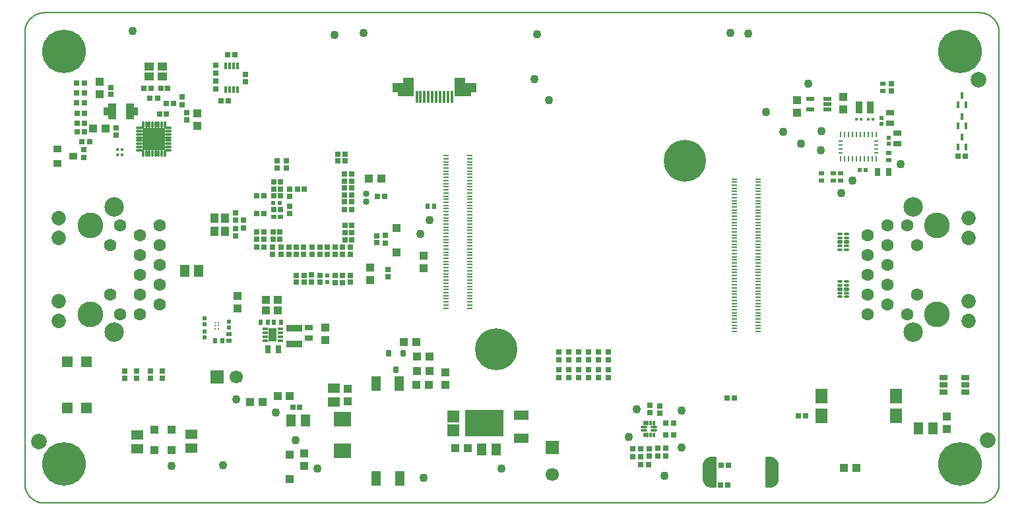
<source format=gbs>
G04*
G04 #@! TF.GenerationSoftware,Altium Limited,Altium Designer,23.6.0 (18)*
G04*
G04 Layer_Color=16711935*
%FSLAX44Y44*%
%MOMM*%
G71*
G04*
G04 #@! TF.SameCoordinates,C53CA9BA-8A6A-41CA-B2AF-7701FEAABFA0*
G04*
G04*
G04 #@! TF.FilePolarity,Negative*
G04*
G01*
G75*
%ADD19C,0.1500*%
%ADD84R,0.6516X0.7516*%
%ADD85R,1.1016X1.0016*%
%ADD86C,0.8516*%
%ADD87R,0.7216X0.7216*%
%ADD91R,0.7216X0.7216*%
%ADD92R,0.7516X0.6516*%
%ADD94R,0.6216X0.6216*%
%ADD97R,0.6516X0.5516*%
%ADD98R,0.8016X1.0016*%
%ADD99R,0.6216X0.6216*%
%ADD111R,0.5516X0.6516*%
%ADD112C,1.1016*%
G04:AMPARAMS|DCode=120|XSize=0.54mm|YSize=0.705mm|CornerRadius=0.12mm|HoleSize=0mm|Usage=FLASHONLY|Rotation=270.000|XOffset=0mm|YOffset=0mm|HoleType=Round|Shape=RoundedRectangle|*
%AMROUNDEDRECTD120*
21,1,0.5400,0.4650,0,0,270.0*
21,1,0.3000,0.7050,0,0,270.0*
1,1,0.2400,-0.2325,-0.1500*
1,1,0.2400,-0.2325,0.1500*
1,1,0.2400,0.2325,0.1500*
1,1,0.2400,0.2325,-0.1500*
%
%ADD120ROUNDEDRECTD120*%
%ADD121R,1.0016X1.1016*%
%ADD122R,1.5516X1.2516*%
%ADD130R,1.6216X1.8816*%
%ADD133R,1.3016X1.1016*%
G04:AMPARAMS|DCode=135|XSize=0.34mm|YSize=0.705mm|CornerRadius=0.12mm|HoleSize=0mm|Usage=FLASHONLY|Rotation=270.000|XOffset=0mm|YOffset=0mm|HoleType=Round|Shape=RoundedRectangle|*
%AMROUNDEDRECTD135*
21,1,0.3400,0.4650,0,0,270.0*
21,1,0.1000,0.7050,0,0,270.0*
1,1,0.2400,-0.2325,-0.0500*
1,1,0.2400,-0.2325,0.0500*
1,1,0.2400,0.2325,0.0500*
1,1,0.2400,0.2325,-0.0500*
%
%ADD135ROUNDEDRECTD135*%
%ADD136R,1.1516X1.5016*%
%ADD141R,1.3400X1.3400*%
%ADD143C,2.0000*%
%ADD144C,5.6016*%
%ADD145C,2.5016*%
%ADD147C,1.7000*%
G04:AMPARAMS|DCode=148|XSize=1.7016mm|YSize=1.0016mm|CornerRadius=0mm|HoleSize=0mm|Usage=FLASHONLY|Rotation=135.000|XOffset=0mm|YOffset=0mm|HoleType=Round|Shape=Round|*
%AMOVALD148*
21,1,0.7000,1.0016,0.0000,0.0000,135.0*
1,1,1.0016,0.2475,-0.2475*
1,1,1.0016,-0.2475,0.2475*
%
%ADD148OVALD148*%

%ADD149O,1.1016X0.8016*%
G04:AMPARAMS|DCode=150|XSize=1.7016mm|YSize=1.0016mm|CornerRadius=0mm|HoleSize=0mm|Usage=FLASHONLY|Rotation=225.000|XOffset=0mm|YOffset=0mm|HoleType=Round|Shape=Round|*
%AMOVALD150*
21,1,0.7000,1.0016,0.0000,0.0000,225.0*
1,1,1.0016,0.2475,0.2475*
1,1,1.0016,-0.2475,-0.2475*
%
%ADD150OVALD150*%

%ADD151R,1.7000X1.7000*%
%ADD152R,1.7000X1.7000*%
%ADD153C,3.3016*%
%ADD154C,1.8516*%
%ADD155C,1.6016*%
%ADD198R,0.6153X0.5725*%
%ADD199R,0.5725X0.6153*%
%ADD209C,0.2000*%
%ADD215R,0.5750X0.2500*%
%ADD216R,0.2500X0.6750*%
%ADD241R,0.6616X0.6216*%
%ADD242R,0.6516X0.6516*%
%ADD243R,0.6516X0.6516*%
%ADD244R,1.0216X1.0816*%
%ADD245R,1.0516X0.7016*%
%ADD246R,1.1016X1.3016*%
%ADD247R,1.0016X0.8016*%
%ADD248R,0.6400X0.4200*%
%ADD249R,1.0400X1.7400*%
%ADD250R,2.1016X0.9016*%
%ADD251R,0.8016X0.2816*%
%ADD252R,1.2516X1.5516*%
%ADD253R,1.9016X1.2516*%
%ADD254R,0.4616X0.4216*%
%ADD255R,0.4016X0.8116*%
%ADD256R,0.4066X1.5066*%
G04:AMPARAMS|DCode=257|XSize=0.3mm|YSize=0.6mm|CornerRadius=0.1mm|HoleSize=0mm|Usage=FLASHONLY|Rotation=180.000|XOffset=0mm|YOffset=0mm|HoleType=Round|Shape=RoundedRectangle|*
%AMROUNDEDRECTD257*
21,1,0.3000,0.4000,0,0,180.0*
21,1,0.1000,0.6000,0,0,180.0*
1,1,0.2000,-0.0500,0.2000*
1,1,0.2000,0.0500,0.2000*
1,1,0.2000,0.0500,-0.2000*
1,1,0.2000,-0.0500,-0.2000*
%
%ADD257ROUNDEDRECTD257*%
%ADD258R,0.4000X0.9000*%
%ADD259R,2.8524X2.8524*%
%ADD260R,1.0016X0.9016*%
G04:AMPARAMS|DCode=261|XSize=0.6516mm|YSize=0.9016mm|CornerRadius=0.1003mm|HoleSize=0mm|Usage=FLASHONLY|Rotation=180.000|XOffset=0mm|YOffset=0mm|HoleType=Round|Shape=RoundedRectangle|*
%AMROUNDEDRECTD261*
21,1,0.6516,0.7010,0,0,180.0*
21,1,0.4510,0.9016,0,0,180.0*
1,1,0.2006,-0.2255,0.3505*
1,1,0.2006,0.2255,0.3505*
1,1,0.2006,0.2255,-0.3505*
1,1,0.2006,-0.2255,-0.3505*
%
%ADD261ROUNDEDRECTD261*%
%ADD262R,1.2516X1.9016*%
%ADD263R,1.0000X0.5000*%
%ADD264R,1.0516X1.0016*%
%ADD265R,1.5016X1.4916*%
%ADD266R,4.9616X3.4616*%
%ADD267O,0.8524X0.3524*%
%ADD268O,0.3524X0.8524*%
%ADD269R,1.1016X1.1016*%
%ADD270R,1.1016X2.1016*%
G04:AMPARAMS|DCode=271|XSize=0.3mm|YSize=0.8mm|CornerRadius=0.1mm|HoleSize=0mm|Usage=FLASHONLY|Rotation=270.000|XOffset=0mm|YOffset=0mm|HoleType=Round|Shape=RoundedRectangle|*
%AMROUNDEDRECTD271*
21,1,0.3000,0.6000,0,0,270.0*
21,1,0.1000,0.8000,0,0,270.0*
1,1,0.2000,-0.3000,-0.0500*
1,1,0.2000,-0.3000,0.0500*
1,1,0.2000,0.3000,0.0500*
1,1,0.2000,0.3000,-0.0500*
%
%ADD271ROUNDEDRECTD271*%
%ADD272R,1.1016X1.1016*%
%ADD273R,0.8516X1.5016*%
%ADD274R,2.2606X1.8796*%
%ADD275R,1.3516X2.4016*%
%ADD276R,2.7516X1.2016*%
%ADD277R,2.0516X1.7016*%
%ADD278C,5.4000*%
G36*
X144805Y508408D02*
X144900Y508379D01*
X144989Y508332D01*
X145066Y508268D01*
X145129Y508191D01*
X145177Y508103D01*
X145206Y508007D01*
X145216Y507907D01*
Y498907D01*
X145206Y498808D01*
X145177Y498712D01*
X145129Y498624D01*
X145066Y498546D01*
X144989Y498483D01*
X144900Y498436D01*
X144805Y498407D01*
X144705Y498397D01*
X134615D01*
X134515Y498407D01*
X134420Y498436D01*
X134332Y498483D01*
X134254Y498546D01*
X134191Y498624D01*
X134143Y498712D01*
X134114Y498808D01*
X134105Y498907D01*
Y507907D01*
X134114Y508007D01*
X134143Y508103D01*
X134191Y508191D01*
X134254Y508268D01*
X134332Y508332D01*
X134420Y508379D01*
X134515Y508408D01*
X134615Y508418D01*
X144705D01*
X144805Y508408D01*
D02*
G37*
G36*
X111715D02*
X111810Y508379D01*
X111899Y508332D01*
X111976Y508268D01*
X112039Y508191D01*
X112087Y508103D01*
X112116Y508007D01*
X112126Y507907D01*
Y498907D01*
X112116Y498808D01*
X112087Y498712D01*
X112039Y498624D01*
X111976Y498546D01*
X111899Y498483D01*
X111810Y498436D01*
X111715Y498407D01*
X111615Y498397D01*
X101525D01*
X101426Y498407D01*
X101330Y498436D01*
X101242Y498483D01*
X101164Y498546D01*
X101101Y498624D01*
X101053Y498712D01*
X101024Y498808D01*
X101015Y498907D01*
Y507907D01*
X101024Y508007D01*
X101053Y508103D01*
X101101Y508191D01*
X101164Y508268D01*
X101242Y508332D01*
X101330Y508379D01*
X101426Y508408D01*
X101525Y508418D01*
X111615D01*
X111715Y508408D01*
D02*
G37*
G36*
X956826Y59490D02*
X957400Y59445D01*
X957971Y59370D01*
X958537Y59264D01*
X959097Y59130D01*
X959649Y58966D01*
X960192Y58774D01*
X960724Y58554D01*
X961244Y58306D01*
X961750Y58031D01*
X962241Y57730D01*
X962716Y57404D01*
X963173Y57053D01*
X963610Y56680D01*
X964028Y56283D01*
X964425Y55865D01*
X964799Y55427D01*
X965149Y54970D01*
X965475Y54496D01*
X965776Y54005D01*
X966051Y53499D01*
X966299Y52979D01*
X966519Y52447D01*
X966712Y51904D01*
X966875Y51352D01*
X967010Y50792D01*
X967115Y50226D01*
X967190Y49655D01*
X967235Y49081D01*
X967250Y48505D01*
Y31005D01*
X967235Y30429D01*
X967190Y29855D01*
X967115Y29284D01*
X967010Y28718D01*
X966875Y28158D01*
X966712Y27606D01*
X966519Y27063D01*
X966299Y26531D01*
X966051Y26011D01*
X965776Y25505D01*
X965475Y25014D01*
X965149Y24539D01*
X964799Y24082D01*
X964425Y23644D01*
X964028Y23227D01*
X963610Y22830D01*
X963173Y22456D01*
X962716Y22106D01*
X962241Y21779D01*
X961750Y21479D01*
X961244Y21204D01*
X960724Y20956D01*
X960192Y20735D01*
X959649Y20543D01*
X959097Y20380D01*
X958537Y20245D01*
X957971Y20140D01*
X957400Y20065D01*
X956826Y20020D01*
X956250Y20005D01*
X951750D01*
X951645Y20008D01*
X951541Y20016D01*
X951437Y20029D01*
X951334Y20049D01*
X951232Y20073D01*
X951132Y20103D01*
X951033Y20138D01*
X950937Y20178D01*
X950842Y20223D01*
X950750Y20273D01*
X950661Y20327D01*
X950574Y20387D01*
X950491Y20451D01*
X950412Y20519D01*
X950336Y20591D01*
X950264Y20667D01*
X950196Y20746D01*
X950132Y20829D01*
X950073Y20916D01*
X950018Y21005D01*
X949968Y21097D01*
X949923Y21191D01*
X949883Y21288D01*
X949848Y21387D01*
X949818Y21487D01*
X949794Y21589D01*
X949775Y21692D01*
X949761Y21796D01*
X949753Y21900D01*
X949750Y22005D01*
Y57505D01*
X949753Y57610D01*
X949761Y57714D01*
X949775Y57818D01*
X949794Y57921D01*
X949818Y58022D01*
X949848Y58123D01*
X949883Y58222D01*
X949923Y58318D01*
X949968Y58413D01*
X950018Y58505D01*
X950073Y58594D01*
X950132Y58681D01*
X950196Y58763D01*
X950264Y58843D01*
X950336Y58919D01*
X950412Y58991D01*
X950491Y59059D01*
X950574Y59123D01*
X950661Y59182D01*
X950750Y59237D01*
X950842Y59287D01*
X950937Y59332D01*
X951033Y59372D01*
X951132Y59407D01*
X951232Y59437D01*
X951334Y59461D01*
X951437Y59480D01*
X951541Y59494D01*
X951645Y59502D01*
X951750Y59505D01*
X956250D01*
X956826Y59490D01*
D02*
G37*
G36*
X885355Y59502D02*
X885459Y59494D01*
X885563Y59480D01*
X885666Y59461D01*
X885768Y59437D01*
X885868Y59407D01*
X885967Y59372D01*
X886063Y59332D01*
X886158Y59287D01*
X886250Y59237D01*
X886339Y59182D01*
X886425Y59123D01*
X886509Y59059D01*
X886588Y58991D01*
X886664Y58919D01*
X886736Y58843D01*
X886804Y58763D01*
X886868Y58681D01*
X886927Y58594D01*
X886982Y58505D01*
X887032Y58413D01*
X887077Y58318D01*
X887117Y58222D01*
X887152Y58123D01*
X887182Y58022D01*
X887206Y57921D01*
X887225Y57818D01*
X887239Y57714D01*
X887247Y57610D01*
X887250Y57505D01*
Y22005D01*
X887247Y21900D01*
X887239Y21796D01*
X887225Y21692D01*
X887206Y21589D01*
X887182Y21487D01*
X887152Y21387D01*
X887117Y21288D01*
X887077Y21191D01*
X887032Y21097D01*
X886982Y21005D01*
X886927Y20916D01*
X886868Y20829D01*
X886804Y20746D01*
X886736Y20667D01*
X886664Y20591D01*
X886588Y20519D01*
X886509Y20451D01*
X886425Y20387D01*
X886339Y20327D01*
X886250Y20273D01*
X886158Y20223D01*
X886063Y20178D01*
X885967Y20138D01*
X885868Y20103D01*
X885768Y20073D01*
X885666Y20049D01*
X885563Y20029D01*
X885459Y20016D01*
X885355Y20008D01*
X885250Y20005D01*
X880750D01*
X880174Y20020D01*
X879600Y20065D01*
X879029Y20140D01*
X878463Y20245D01*
X877903Y20380D01*
X877351Y20543D01*
X876808Y20735D01*
X876276Y20956D01*
X875756Y21204D01*
X875250Y21479D01*
X874759Y21779D01*
X874284Y22106D01*
X873827Y22456D01*
X873390Y22830D01*
X872972Y23227D01*
X872575Y23644D01*
X872201Y24082D01*
X871851Y24539D01*
X871525Y25014D01*
X871224Y25505D01*
X870949Y26011D01*
X870701Y26531D01*
X870481Y27063D01*
X870288Y27606D01*
X870125Y28158D01*
X869990Y28718D01*
X869885Y29284D01*
X869810Y29855D01*
X869765Y30429D01*
X869750Y31005D01*
Y48505D01*
X869765Y49081D01*
X869810Y49655D01*
X869885Y50226D01*
X869990Y50792D01*
X870125Y51352D01*
X870288Y51904D01*
X870481Y52447D01*
X870701Y52979D01*
X870949Y53499D01*
X871224Y54005D01*
X871525Y54496D01*
X871851Y54970D01*
X872201Y55427D01*
X872575Y55865D01*
X872972Y56283D01*
X873390Y56680D01*
X873827Y57053D01*
X874284Y57404D01*
X874759Y57730D01*
X875250Y58031D01*
X875756Y58306D01*
X876276Y58554D01*
X876808Y58774D01*
X877351Y58966D01*
X877903Y59130D01*
X878463Y59264D01*
X879029Y59370D01*
X879600Y59445D01*
X880174Y59490D01*
X880750Y59505D01*
X885250D01*
X885355Y59502D01*
D02*
G37*
D19*
X1250000Y605000D02*
X1249863Y607613D01*
X1249454Y610198D01*
X1248776Y612725D01*
X1247839Y615168D01*
X1246651Y617500D01*
X1245225Y619695D01*
X1243579Y621728D01*
X1241728Y623578D01*
X1239695Y625225D01*
X1237500Y626651D01*
X1235168Y627839D01*
X1232725Y628776D01*
X1230198Y629454D01*
X1227613Y629863D01*
X1225000Y630000D01*
Y-0D02*
X1227613Y137D01*
X1230198Y546D01*
X1232725Y1223D01*
X1235168Y2161D01*
X1237500Y3349D01*
X1239695Y4775D01*
X1241728Y6421D01*
X1243579Y8272D01*
X1245225Y10305D01*
X1246651Y12500D01*
X1247839Y14832D01*
X1248776Y17275D01*
X1249454Y19802D01*
X1249863Y22387D01*
X1250000Y25000D01*
X25000Y629950D02*
X22387Y629813D01*
X19802Y629403D01*
X17275Y628726D01*
X14832Y627788D01*
X12500Y626600D01*
X10306Y625175D01*
X8272Y623528D01*
X6421Y621678D01*
X4775Y619644D01*
X3350Y617450D01*
X2162Y615118D01*
X1224Y612675D01*
X547Y610147D01*
X137Y607563D01*
X0Y604950D01*
X0Y25000D02*
X137Y22387D01*
X546Y19802D01*
X1224Y17275D01*
X2161Y14832D01*
X3349Y12500D01*
X4775Y10305D01*
X6421Y8272D01*
X8272Y6421D01*
X10305Y4775D01*
X12500Y3349D01*
X14832Y2161D01*
X17275Y1224D01*
X19802Y546D01*
X22387Y137D01*
X25000Y0D01*
X1250000Y605440D02*
X1250000Y25000D01*
X25000Y630000D02*
X1225000Y630000D01*
X25000Y-0D02*
X1225000Y-0D01*
X-0Y25000D02*
X0Y604950D01*
D84*
X66750Y476750D02*
D03*
X76750D02*
D03*
X800250Y49250D02*
D03*
X160500Y520500D02*
D03*
X170500D02*
D03*
X72884Y464212D02*
D03*
X82884D02*
D03*
X992000Y112000D02*
D03*
X1002000D02*
D03*
X1207000Y446000D02*
D03*
X1197000D02*
D03*
X66250Y514125D02*
D03*
X76250D02*
D03*
X66250Y527000D02*
D03*
X76250D02*
D03*
X66250Y539875D02*
D03*
X76250D02*
D03*
X66750Y488000D02*
D03*
X76750D02*
D03*
X66750Y501000D02*
D03*
X76750D02*
D03*
X832250Y103250D02*
D03*
X822250D02*
D03*
X832500Y87250D02*
D03*
X822500D02*
D03*
X790250Y49250D02*
D03*
D85*
X443000Y302750D02*
D03*
Y286750D02*
D03*
X272500Y266500D02*
D03*
Y250500D02*
D03*
X385500Y225750D02*
D03*
Y209750D02*
D03*
X96150Y541087D02*
D03*
X221000Y484750D02*
D03*
X1049750Y506001D02*
D03*
X991000Y501500D02*
D03*
X414000Y146750D02*
D03*
Y130750D02*
D03*
X991000Y517500D02*
D03*
X1049750Y522001D02*
D03*
X358000Y63750D02*
D03*
Y47750D02*
D03*
X221000Y500750D02*
D03*
X511750Y301500D02*
D03*
Y317500D02*
D03*
X96150Y525087D02*
D03*
X539480Y168000D02*
D03*
Y152000D02*
D03*
X1183000Y95000D02*
D03*
Y111000D02*
D03*
D86*
X438000Y387000D02*
D03*
Y397250D02*
D03*
D87*
X297250Y394750D02*
D03*
X306250D02*
D03*
X327250Y339250D02*
D03*
X318250D02*
D03*
X306250Y371750D02*
D03*
X297250D02*
D03*
X319000Y412500D02*
D03*
X328000D02*
D03*
X419250Y405000D02*
D03*
X410250D02*
D03*
X452500Y394250D02*
D03*
X461500D02*
D03*
X327250Y348500D02*
D03*
X318250D02*
D03*
X328000Y394750D02*
D03*
X319000D02*
D03*
X410250Y423000D02*
D03*
X419250D02*
D03*
Y413750D02*
D03*
X410250D02*
D03*
X297250Y339250D02*
D03*
X306250D02*
D03*
X410250Y396000D02*
D03*
X410500Y338000D02*
D03*
Y347500D02*
D03*
X358500Y403250D02*
D03*
X410250Y377250D02*
D03*
Y387000D02*
D03*
X306250Y328750D02*
D03*
X410500Y357250D02*
D03*
X181500Y499750D02*
D03*
X190250Y513500D02*
D03*
X152666Y532848D02*
D03*
X251936Y517127D02*
D03*
X260000Y575750D02*
D03*
X892815Y23412D02*
D03*
X893289Y48250D02*
D03*
X909879Y134823D02*
D03*
X306250Y348500D02*
D03*
X319000Y403500D02*
D03*
X183166Y532848D02*
D03*
X174166D02*
D03*
X328000Y403500D02*
D03*
X297250Y348500D02*
D03*
X161666Y532848D02*
D03*
X902290Y48250D02*
D03*
X901815Y23412D02*
D03*
X269000Y575750D02*
D03*
X260935Y517127D02*
D03*
X172500Y499750D02*
D03*
X181250Y513500D02*
D03*
X419250Y387000D02*
D03*
X297250Y328750D02*
D03*
X352730Y123000D02*
D03*
X343730D02*
D03*
X900879Y134823D02*
D03*
X419500Y357250D02*
D03*
X419250Y396000D02*
D03*
X419500Y338000D02*
D03*
X349500Y403250D02*
D03*
X419500Y347500D02*
D03*
X419250Y377250D02*
D03*
D91*
X407750Y283500D02*
D03*
Y292500D02*
D03*
X270302Y343324D02*
D03*
Y352324D02*
D03*
X269802Y372824D02*
D03*
Y363824D02*
D03*
X340000Y403250D02*
D03*
Y394250D02*
D03*
X323750Y430500D02*
D03*
Y439500D02*
D03*
X335750D02*
D03*
Y430500D02*
D03*
X465750Y291000D02*
D03*
Y300000D02*
D03*
X317250Y319750D02*
D03*
Y328750D02*
D03*
X328750Y319750D02*
D03*
Y328750D02*
D03*
X358000Y292750D02*
D03*
Y283750D02*
D03*
X398250Y319750D02*
D03*
Y328750D02*
D03*
X410500Y439500D02*
D03*
Y448500D02*
D03*
X378500Y319750D02*
D03*
Y328750D02*
D03*
X348000Y328750D02*
D03*
Y319750D02*
D03*
X368000Y293000D02*
D03*
Y284000D02*
D03*
X398250Y292500D02*
D03*
Y283500D02*
D03*
X417750Y292750D02*
D03*
Y283750D02*
D03*
X347750Y292750D02*
D03*
Y283750D02*
D03*
X401750Y448500D02*
D03*
Y439500D02*
D03*
X378500Y283750D02*
D03*
Y292750D02*
D03*
X338500Y319750D02*
D03*
Y328750D02*
D03*
X357750Y328750D02*
D03*
X116574Y481857D02*
D03*
X109807Y534210D02*
D03*
X207500Y492500D02*
D03*
X815000Y124500D02*
D03*
X368250Y328750D02*
D03*
X417750D02*
D03*
X407750D02*
D03*
X451000Y343500D02*
D03*
X801250Y60750D02*
D03*
Y69750D02*
D03*
X176500Y169627D02*
D03*
Y160627D02*
D03*
X161100Y169627D02*
D03*
Y160627D02*
D03*
X143500Y169508D02*
D03*
Y160508D02*
D03*
X128100D02*
D03*
Y169508D02*
D03*
X451000Y334500D02*
D03*
X407750Y319750D02*
D03*
X417750D02*
D03*
X368250D02*
D03*
X207500Y501500D02*
D03*
X109807Y525210D02*
D03*
X116574Y472857D02*
D03*
X357750Y319750D02*
D03*
X815000Y115500D02*
D03*
D92*
X340000Y381750D02*
D03*
Y371750D02*
D03*
X462500Y334000D02*
D03*
Y344000D02*
D03*
X280702Y353324D02*
D03*
Y363324D02*
D03*
X201250Y522000D02*
D03*
X812250Y60250D02*
D03*
X822250D02*
D03*
X685250Y184000D02*
D03*
X698000D02*
D03*
X723500D02*
D03*
X710750D02*
D03*
X749000D02*
D03*
X736250D02*
D03*
X685350Y161500D02*
D03*
Y171500D02*
D03*
X723450Y161500D02*
D03*
Y171500D02*
D03*
X736150Y161500D02*
D03*
Y171500D02*
D03*
X748850Y161500D02*
D03*
Y171500D02*
D03*
X736250Y194000D02*
D03*
X749000D02*
D03*
X723500D02*
D03*
X710750D02*
D03*
X685250D02*
D03*
X698000D02*
D03*
X710750Y161500D02*
D03*
Y171500D02*
D03*
X698050Y161500D02*
D03*
Y171500D02*
D03*
X245097Y552422D02*
D03*
Y562422D02*
D03*
X245000Y542250D02*
D03*
Y532250D02*
D03*
X283250Y541000D02*
D03*
Y551000D02*
D03*
X75500Y454250D02*
D03*
Y444250D02*
D03*
X201250Y512000D02*
D03*
X1112000Y539250D02*
D03*
Y529250D02*
D03*
X780000Y70000D02*
D03*
Y60000D02*
D03*
X790000Y70000D02*
D03*
Y60000D02*
D03*
X812250Y70250D02*
D03*
X822250D02*
D03*
X802000Y116000D02*
D03*
Y126000D02*
D03*
D94*
X230750Y212750D02*
D03*
Y220750D02*
D03*
X261500Y225250D02*
D03*
Y233250D02*
D03*
X230750Y237500D02*
D03*
Y229500D02*
D03*
X1108528Y469750D02*
D03*
X1099385Y495250D02*
D03*
Y487250D02*
D03*
X1108528Y461750D02*
D03*
D97*
X1101000Y529750D02*
D03*
Y538750D02*
D03*
X1021750Y414500D02*
D03*
Y423500D02*
D03*
X261500Y217250D02*
D03*
Y208250D02*
D03*
X1108500Y449750D02*
D03*
Y440750D02*
D03*
X1037000Y423500D02*
D03*
Y414500D02*
D03*
X1046750Y423500D02*
D03*
Y414500D02*
D03*
D98*
X325500Y197250D02*
D03*
X311500D02*
D03*
X1094028Y425453D02*
D03*
X1108028D02*
D03*
D99*
X1070750Y427750D02*
D03*
X1078750D02*
D03*
D111*
X328250Y232000D02*
D03*
X319250D02*
D03*
X311750D02*
D03*
X302750D02*
D03*
X244000Y208750D02*
D03*
X253000D02*
D03*
X516250Y381500D02*
D03*
X525250D02*
D03*
D112*
X434500Y604000D02*
D03*
X397000Y601750D02*
D03*
X511740Y32500D02*
D03*
X1022011Y478074D02*
D03*
X927750Y603500D02*
D03*
X672000Y518000D02*
D03*
X656750Y602250D02*
D03*
X653500Y544750D02*
D03*
X1004750Y539001D02*
D03*
X375623Y44785D02*
D03*
X905000Y603750D02*
D03*
X820847Y34999D02*
D03*
X254500Y49000D02*
D03*
X270785Y133148D02*
D03*
X322208Y115978D02*
D03*
X347250Y80917D02*
D03*
X611000Y44000D02*
D03*
X188250Y47500D02*
D03*
X785250Y120250D02*
D03*
X951250Y502250D02*
D03*
X1020848Y453202D02*
D03*
X973283Y477380D02*
D03*
X995999Y462139D02*
D03*
X842250Y71250D02*
D03*
X507500Y346000D02*
D03*
X519250Y363750D02*
D03*
X775250Y85250D02*
D03*
X842250Y119250D02*
D03*
X137750Y606750D02*
D03*
X1047147Y398397D02*
D03*
X1061750Y414500D02*
D03*
X1124000Y435250D02*
D03*
D120*
X1054175Y275000D02*
D03*
X1045825D02*
D03*
Y335500D02*
D03*
X1054175D02*
D03*
D121*
X324750Y261500D02*
D03*
X308750D02*
D03*
X441500Y417250D02*
D03*
X457500D02*
D03*
X502730Y169750D02*
D03*
X87750Y481000D02*
D03*
X1050582Y45000D02*
D03*
X103750Y481000D02*
D03*
X1066582Y45000D02*
D03*
X486506Y207000D02*
D03*
X502506D02*
D03*
X339980Y137500D02*
D03*
X323980D02*
D03*
X305230Y129750D02*
D03*
X289230D02*
D03*
X518980Y188250D02*
D03*
X502980D02*
D03*
X518730Y169750D02*
D03*
X518480Y152250D02*
D03*
X502480D02*
D03*
X568549Y70241D02*
D03*
X552549D02*
D03*
D122*
X396500Y129750D02*
D03*
Y147750D02*
D03*
X144000Y88000D02*
D03*
Y70000D02*
D03*
X213500Y88750D02*
D03*
Y70750D02*
D03*
D130*
X1022400Y137700D02*
D03*
X1117600Y112300D02*
D03*
X1022400D02*
D03*
X1117600Y137700D02*
D03*
D133*
X176166Y560848D02*
D03*
X159166Y547848D02*
D03*
Y560848D02*
D03*
X176166Y547848D02*
D03*
D135*
X1045825Y325500D02*
D03*
Y330500D02*
D03*
Y340500D02*
D03*
Y345500D02*
D03*
X1054175D02*
D03*
Y340500D02*
D03*
Y330500D02*
D03*
Y325500D02*
D03*
Y265000D02*
D03*
Y270000D02*
D03*
Y280000D02*
D03*
Y285000D02*
D03*
X1045825D02*
D03*
Y280000D02*
D03*
Y270000D02*
D03*
Y265000D02*
D03*
D136*
X1165500Y96000D02*
D03*
X1146500D02*
D03*
X360134Y105904D02*
D03*
X341134D02*
D03*
X605000Y69250D02*
D03*
X586000D02*
D03*
D141*
X53995Y122165D02*
D03*
X78995D02*
D03*
Y181166D02*
D03*
X53995D02*
D03*
D143*
X18250Y79250D02*
D03*
X1235000Y81000D02*
D03*
X1223500Y544000D02*
D03*
D144*
X50000Y50000D02*
D03*
X1200000D02*
D03*
Y580000D02*
D03*
X50000D02*
D03*
D145*
X114093Y219355D02*
D03*
Y380645D02*
D03*
X1139500D02*
D03*
Y219355D02*
D03*
D147*
X677000Y36500D02*
D03*
X271230Y162250D02*
D03*
D148*
X958450Y50755D02*
D03*
X878550Y28755D02*
D03*
D149*
X956250Y39755D02*
D03*
X880750D02*
D03*
D150*
X958450Y28755D02*
D03*
X878550Y50755D02*
D03*
D151*
X246230Y162250D02*
D03*
D152*
X677000Y71500D02*
D03*
D153*
X1170000Y242850D02*
D03*
Y357150D02*
D03*
X83593D02*
D03*
Y242850D02*
D03*
D154*
X1210600Y233700D02*
D03*
Y259100D02*
D03*
Y340900D02*
D03*
Y366300D02*
D03*
X42993D02*
D03*
Y340900D02*
D03*
Y259100D02*
D03*
Y233700D02*
D03*
D155*
X1131700Y242850D02*
D03*
X1144400Y268250D02*
D03*
Y331750D02*
D03*
X1131700Y357150D02*
D03*
X1081100Y242850D02*
D03*
Y268250D02*
D03*
Y293650D02*
D03*
Y319050D02*
D03*
Y344450D02*
D03*
X1106500Y357150D02*
D03*
Y331750D02*
D03*
Y306350D02*
D03*
Y280950D02*
D03*
Y255550D02*
D03*
X121892Y357150D02*
D03*
X109192Y331750D02*
D03*
Y268250D02*
D03*
X121892Y242850D02*
D03*
X172493Y357150D02*
D03*
Y331750D02*
D03*
Y306350D02*
D03*
Y280950D02*
D03*
Y255550D02*
D03*
X147093Y242850D02*
D03*
Y268250D02*
D03*
Y293650D02*
D03*
Y319050D02*
D03*
Y344450D02*
D03*
D198*
X318714Y386000D02*
D03*
X327286D02*
D03*
D199*
X388250Y283964D02*
D03*
Y292536D02*
D03*
D209*
X243785Y223865D02*
D03*
X247785D02*
D03*
X243785Y227865D02*
D03*
X247785D02*
D03*
X243785Y231865D02*
D03*
X247785D02*
D03*
D215*
X1092625Y465250D02*
D03*
X1046375Y450250D02*
D03*
Y455250D02*
D03*
Y460250D02*
D03*
Y465250D02*
D03*
X1092625Y460250D02*
D03*
Y455250D02*
D03*
Y450250D02*
D03*
D216*
X1072000Y442125D02*
D03*
Y473375D02*
D03*
X1092000D02*
D03*
X1047000D02*
D03*
X1052000D02*
D03*
X1057000D02*
D03*
X1062000D02*
D03*
X1067000D02*
D03*
X1077000D02*
D03*
X1082000D02*
D03*
X1087000D02*
D03*
X1092000Y442125D02*
D03*
X1087000D02*
D03*
X1082000D02*
D03*
X1077000D02*
D03*
X1067000D02*
D03*
X1062000D02*
D03*
X1057000D02*
D03*
X1052000D02*
D03*
X1047000D02*
D03*
D241*
X327400Y367750D02*
D03*
X319600D02*
D03*
D242*
X388250Y328750D02*
D03*
Y319750D02*
D03*
D243*
X319000Y376750D02*
D03*
X328000D02*
D03*
D244*
X324650Y247750D02*
D03*
X308850D02*
D03*
D245*
X1179000Y161500D02*
D03*
Y152000D02*
D03*
Y142500D02*
D03*
X1206500D02*
D03*
Y152000D02*
D03*
Y161500D02*
D03*
D246*
X243500Y366200D02*
D03*
X256500Y349201D02*
D03*
Y366200D02*
D03*
X243500Y349201D02*
D03*
D247*
X364500Y225750D02*
D03*
Y211750D02*
D03*
X1119500Y475750D02*
D03*
X1110000Y501750D02*
D03*
Y487750D02*
D03*
X1119500Y461750D02*
D03*
D248*
X327500Y223750D02*
D03*
Y218750D02*
D03*
Y213750D02*
D03*
Y208750D02*
D03*
X308500Y223750D02*
D03*
Y218750D02*
D03*
Y213750D02*
D03*
Y208750D02*
D03*
D249*
X318000Y216250D02*
D03*
D250*
X345500Y224750D02*
D03*
Y204750D02*
D03*
D251*
X570900Y250500D02*
D03*
X540100D02*
D03*
X570900Y254500D02*
D03*
X540100D02*
D03*
X570900Y258500D02*
D03*
X540100D02*
D03*
X570900Y262500D02*
D03*
X540100D02*
D03*
X570900Y266500D02*
D03*
X540100D02*
D03*
X570900Y270500D02*
D03*
X540100D02*
D03*
X570900Y274500D02*
D03*
X540100D02*
D03*
X570900Y278500D02*
D03*
X540100D02*
D03*
X570900Y282500D02*
D03*
X540100D02*
D03*
X570900Y286500D02*
D03*
X540100D02*
D03*
X570900Y290500D02*
D03*
X540100D02*
D03*
X570900Y294500D02*
D03*
X540100D02*
D03*
Y298500D02*
D03*
X570900D02*
D03*
Y302500D02*
D03*
X540100D02*
D03*
X570900Y306500D02*
D03*
X540100D02*
D03*
X570900Y310500D02*
D03*
X540100D02*
D03*
X570900Y314500D02*
D03*
X540100D02*
D03*
Y318500D02*
D03*
X570900D02*
D03*
Y322500D02*
D03*
X540100D02*
D03*
Y326500D02*
D03*
X570900D02*
D03*
X540100Y330500D02*
D03*
X570900D02*
D03*
X540100Y334500D02*
D03*
X570900D02*
D03*
X540100Y338500D02*
D03*
X570900D02*
D03*
X540100Y342500D02*
D03*
X570900D02*
D03*
Y346500D02*
D03*
X540100D02*
D03*
Y350500D02*
D03*
X570900D02*
D03*
X540100Y354500D02*
D03*
X570900D02*
D03*
X540100Y358500D02*
D03*
X570900D02*
D03*
X540100Y362500D02*
D03*
X570900D02*
D03*
Y366500D02*
D03*
X540100D02*
D03*
Y370500D02*
D03*
X570900D02*
D03*
Y374500D02*
D03*
X540100D02*
D03*
X570900Y378500D02*
D03*
X540100D02*
D03*
X570900Y382500D02*
D03*
X540100D02*
D03*
Y386500D02*
D03*
X570900D02*
D03*
Y390500D02*
D03*
X540100D02*
D03*
X570900Y394500D02*
D03*
X540100D02*
D03*
Y398500D02*
D03*
X570900D02*
D03*
Y402500D02*
D03*
X540100D02*
D03*
X570900Y406500D02*
D03*
X540100D02*
D03*
Y410500D02*
D03*
X570900D02*
D03*
Y414500D02*
D03*
X540100D02*
D03*
X570900Y418500D02*
D03*
X540100D02*
D03*
X570900Y422500D02*
D03*
X540100D02*
D03*
X570900Y426500D02*
D03*
X540100D02*
D03*
X570900Y430500D02*
D03*
X540100D02*
D03*
X570900Y434500D02*
D03*
X540100D02*
D03*
Y438500D02*
D03*
X570900D02*
D03*
Y442500D02*
D03*
X540100D02*
D03*
X570900Y446500D02*
D03*
X540100D02*
D03*
X940900Y220500D02*
D03*
X910100D02*
D03*
X940900Y224500D02*
D03*
X910100D02*
D03*
X940900Y228500D02*
D03*
X910100D02*
D03*
X940900Y232500D02*
D03*
X910100D02*
D03*
X940900Y236500D02*
D03*
X910100D02*
D03*
X940900Y240500D02*
D03*
X910100D02*
D03*
X940900Y244500D02*
D03*
X910100D02*
D03*
X940900Y248500D02*
D03*
X910100D02*
D03*
X940900Y252500D02*
D03*
X910100D02*
D03*
X940900Y256500D02*
D03*
X910100D02*
D03*
X940900Y260500D02*
D03*
X910100D02*
D03*
X940900Y264500D02*
D03*
X910100D02*
D03*
Y268500D02*
D03*
X940900D02*
D03*
Y272500D02*
D03*
X910100D02*
D03*
X940900Y276500D02*
D03*
X910100D02*
D03*
X940900Y280500D02*
D03*
X910100D02*
D03*
X940900Y284500D02*
D03*
X910100D02*
D03*
Y288500D02*
D03*
X940900D02*
D03*
Y292500D02*
D03*
X910100D02*
D03*
Y296500D02*
D03*
X940900D02*
D03*
X910100Y300500D02*
D03*
X940900D02*
D03*
X910100Y304500D02*
D03*
X940900D02*
D03*
X910100Y308500D02*
D03*
X940900D02*
D03*
X910100Y312500D02*
D03*
X940900D02*
D03*
Y316500D02*
D03*
X910100D02*
D03*
Y320500D02*
D03*
X940900D02*
D03*
X910100Y324500D02*
D03*
X940900D02*
D03*
X910100Y328500D02*
D03*
X940900D02*
D03*
X910100Y332500D02*
D03*
X940900D02*
D03*
Y336500D02*
D03*
X910100D02*
D03*
Y340500D02*
D03*
X940900D02*
D03*
Y344500D02*
D03*
X910100D02*
D03*
X940900Y348500D02*
D03*
X910100D02*
D03*
X940900Y352500D02*
D03*
X910100D02*
D03*
Y356500D02*
D03*
X940900D02*
D03*
Y360500D02*
D03*
X910100D02*
D03*
X940900Y364500D02*
D03*
X910100D02*
D03*
Y368500D02*
D03*
X940900D02*
D03*
Y372500D02*
D03*
X910100D02*
D03*
X940900Y376500D02*
D03*
X910100D02*
D03*
Y380500D02*
D03*
X940900D02*
D03*
Y384500D02*
D03*
X910100D02*
D03*
X940900Y388500D02*
D03*
X910100D02*
D03*
X940900Y392500D02*
D03*
X910100D02*
D03*
X940900Y396500D02*
D03*
X910100D02*
D03*
X940900Y400500D02*
D03*
X910100D02*
D03*
X940900Y404500D02*
D03*
X910100D02*
D03*
Y408500D02*
D03*
X940900D02*
D03*
Y412500D02*
D03*
X910100D02*
D03*
X940900Y416500D02*
D03*
X910100D02*
D03*
D252*
X222750Y298489D02*
D03*
X204750D02*
D03*
D253*
X637000Y113250D02*
D03*
Y83250D02*
D03*
D254*
X1067312Y493568D02*
D03*
X1087912D02*
D03*
X118758Y454348D02*
D03*
X124358D02*
D03*
X118739Y447771D02*
D03*
X124339D02*
D03*
X1072912Y493568D02*
D03*
X1082312D02*
D03*
D255*
X1197450Y457710D02*
D03*
X1197250Y484585D02*
D03*
Y511460D02*
D03*
X1202250Y523660D02*
D03*
X1207250Y511460D02*
D03*
X1202250Y496785D02*
D03*
X1207250Y484585D02*
D03*
X1202450Y469910D02*
D03*
X1207450Y457710D02*
D03*
D256*
X547665Y522305D02*
D03*
X537665D02*
D03*
X502665D02*
D03*
D03*
X507665D02*
D03*
X512665D02*
D03*
X517665D02*
D03*
X522665D02*
D03*
X527665D02*
D03*
X532665D02*
D03*
X542665D02*
D03*
D257*
X798745Y103002D02*
D03*
X806745D02*
D03*
X802745D02*
D03*
X794745D02*
D03*
Y88002D02*
D03*
X798745D02*
D03*
X802745D02*
D03*
X806745D02*
D03*
D258*
X262500Y562000D02*
D03*
X272500Y531000D02*
D03*
X267500D02*
D03*
X262500D02*
D03*
X257500D02*
D03*
X272500Y562000D02*
D03*
X267500D02*
D03*
X257500D02*
D03*
D259*
X165500Y467750D02*
D03*
D260*
X42000Y455000D02*
D03*
Y436000D02*
D03*
X62000Y445500D02*
D03*
D261*
X475980Y171000D02*
D03*
X485480Y193000D02*
D03*
X466480D02*
D03*
D262*
X480750Y32000D02*
D03*
X450750D02*
D03*
X480480Y153250D02*
D03*
X450480D02*
D03*
D263*
X1029750Y512501D02*
D03*
Y519001D02*
D03*
X1007750D02*
D03*
X1029750Y506001D02*
D03*
X1007750D02*
D03*
D264*
X339750Y31000D02*
D03*
X339750Y62500D02*
D03*
X476750Y353500D02*
D03*
X476750Y322000D02*
D03*
D265*
X549910Y111700D02*
D03*
Y93300D02*
D03*
D266*
X589730Y102500D02*
D03*
D267*
X184250Y481750D02*
D03*
Y477750D02*
D03*
Y473750D02*
D03*
Y469750D02*
D03*
Y465750D02*
D03*
Y461750D02*
D03*
Y457750D02*
D03*
Y453750D02*
D03*
X146750D02*
D03*
Y457750D02*
D03*
Y461750D02*
D03*
Y465750D02*
D03*
Y469750D02*
D03*
Y473750D02*
D03*
Y477750D02*
D03*
Y481750D02*
D03*
D268*
X179500Y449000D02*
D03*
X175500D02*
D03*
X171500D02*
D03*
X167500D02*
D03*
X163500D02*
D03*
X159500D02*
D03*
X155500D02*
D03*
X151500D02*
D03*
Y486500D02*
D03*
X155500D02*
D03*
X159500D02*
D03*
X163500D02*
D03*
X167500D02*
D03*
X171500D02*
D03*
X175500D02*
D03*
X179500D02*
D03*
D269*
X187962Y94750D02*
D03*
X165962D02*
D03*
X188000Y68000D02*
D03*
X166000D02*
D03*
D270*
X134615Y503407D02*
D03*
X111615D02*
D03*
D271*
X794245Y97501D02*
D03*
Y93501D02*
D03*
X807245D02*
D03*
Y97501D02*
D03*
D272*
X488175Y532115D02*
D03*
X562325Y532195D02*
D03*
D273*
X1084912Y508568D02*
D03*
X1070312D02*
D03*
D274*
X407500Y67680D02*
D03*
Y108320D02*
D03*
D275*
X491919Y534806D02*
D03*
X558416Y534808D02*
D03*
D276*
X484915Y533805D02*
D03*
X565415Y533805D02*
D03*
D277*
X488415Y531305D02*
D03*
X561915Y531305D02*
D03*
D278*
X846500Y439500D02*
D03*
X604500Y197500D02*
D03*
M02*

</source>
